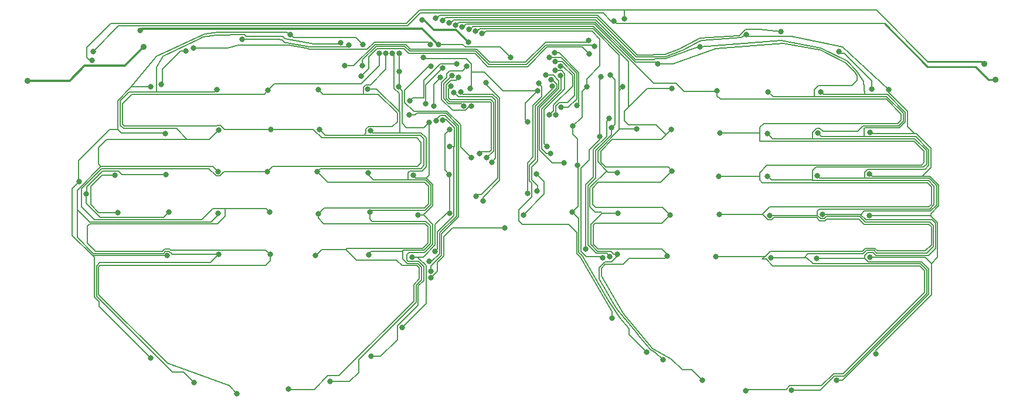
<source format=gbr>
G04 EAGLE Gerber RS-274X export*
G75*
%MOMM*%
%FSLAX34Y34*%
%LPD*%
%INBottom Copper*%
%IPPOS*%
%AMOC8*
5,1,8,0,0,1.08239X$1,22.5*%
G01*
%ADD10C,0.800100*%
%ADD11C,0.304800*%
%ADD12C,0.906400*%
%ADD13C,0.152400*%
%ADD14C,0.203200*%
%ADD15C,0.254000*%


D10*
X-62981Y285866D03*
D11*
X-81102Y303987D01*
X-84426Y303987D01*
X-84604Y304165D01*
X-113030Y304165D01*
X-127635Y318770D01*
X-130175Y318770D01*
D10*
X-130175Y318770D03*
D12*
X-699770Y230505D03*
D11*
X-638810Y230505D01*
X-559435Y252095D02*
X-532290Y279240D01*
D12*
X-532290Y279240D03*
D11*
X-617220Y252095D02*
X-638810Y230505D01*
X-617220Y252095D02*
X-559435Y252095D01*
D10*
X-106045Y283210D03*
D13*
X-71120Y283210D01*
X-17145Y279400D02*
X-1785Y264040D01*
D10*
X-1785Y264040D03*
D13*
X-67310Y279400D02*
X-71120Y283210D01*
X-67310Y279400D02*
X-17145Y279400D01*
D10*
X-537210Y302895D03*
D11*
X-534670Y305435D01*
X-129540Y305435D01*
X-107315Y283210D02*
X-106045Y283210D01*
X-107315Y283210D02*
X-129540Y305435D01*
D10*
X-605155Y273050D03*
D14*
X-568325Y309880D01*
X-151130Y309880D02*
X-132715Y328295D01*
X-151130Y309880D02*
X-568325Y309880D01*
X151130Y313055D02*
X537845Y313055D01*
D10*
X147320Y316865D03*
D14*
X142875Y316865D01*
X147320Y316865D02*
X151130Y313055D01*
X142875Y316865D02*
X131445Y328295D01*
X-132715Y328295D01*
D15*
X537845Y313055D02*
X600075Y250825D01*
X669290Y250825D01*
X688340Y231775D01*
X698500Y231775D01*
D12*
X698500Y231775D03*
D14*
X-614236Y263991D02*
X-614236Y278934D01*
X-579734Y313436D02*
X-152603Y313436D01*
X-579734Y313436D02*
X-614236Y278934D01*
X-609960Y259715D02*
X-606425Y259715D01*
X-609960Y259715D02*
X-614236Y263991D01*
D10*
X-606425Y259715D03*
D14*
X526034Y332486D02*
X600075Y258445D01*
X526034Y332486D02*
X162560Y332486D01*
X-133553Y332486D01*
X-152603Y313436D01*
D10*
X161925Y320438D03*
D14*
X161925Y331851D01*
X162560Y332486D01*
D15*
X678180Y258445D02*
X681990Y254635D01*
X678180Y258445D02*
X600075Y258445D01*
D12*
X681990Y254635D03*
D10*
X-60325Y219075D03*
X-128116Y263919D03*
D13*
X-128116Y262375D02*
X-66160Y262375D01*
X-128116Y262375D02*
X-128116Y263919D01*
X-66160Y262375D02*
X-59055Y255270D01*
X-59055Y243205D01*
X-59055Y220345D01*
X-60325Y219075D01*
D10*
X-90170Y160020D03*
D13*
X-97155Y153035D01*
X-97155Y101600D01*
X-90805Y95250D01*
D10*
X-90805Y95250D03*
X-90170Y39370D03*
D13*
X-90170Y94615D02*
X-90805Y95250D01*
X-90170Y94615D02*
X-90170Y39370D01*
D10*
X-144145Y-24130D03*
X-158438Y-125730D03*
D13*
X-124277Y-91569D01*
X-136525Y-24130D02*
X-144145Y-24130D01*
X-136525Y-24130D02*
X-124277Y-36378D01*
X-124277Y-91569D01*
X-94749Y39370D02*
X-90170Y39370D01*
X-94749Y39370D02*
X-111132Y22987D01*
X-111132Y-6723D02*
X-128539Y-24130D01*
X-111132Y-6723D02*
X-111132Y22987D01*
X-128539Y-24130D02*
X-144145Y-24130D01*
D10*
X35379Y95431D03*
D13*
X46355Y84455D01*
X46355Y66563D02*
X16447Y36654D01*
X16447Y36019D01*
D10*
X16447Y36019D03*
D13*
X46355Y66563D02*
X46355Y84455D01*
D10*
X36830Y215900D03*
D13*
X19050Y198121D01*
X19050Y174689D02*
X22289Y171450D01*
D10*
X22289Y171450D03*
D13*
X19050Y174689D02*
X19050Y198121D01*
X36830Y215900D02*
X-12700Y215900D01*
X-40005Y243205D02*
X-59055Y243205D01*
X-40005Y243205D02*
X-12700Y215900D01*
D10*
X-459919Y277818D03*
D13*
X-410867Y277818D02*
X-394979Y281559D01*
X-410867Y277818D02*
X-459919Y277818D01*
X-322027Y281559D02*
X-293526Y276564D01*
X-322027Y281559D02*
X-394979Y281559D01*
X-293526Y276564D02*
X-293142Y276180D01*
X-238715Y276180D01*
X-238189Y275654D01*
X-209352Y275654D01*
X-198748Y286258D01*
X-121666Y286258D02*
X-118046Y282639D01*
D10*
X-118046Y282639D03*
D13*
X-121666Y286258D02*
X-198748Y286258D01*
D10*
X-135890Y36195D03*
D13*
X-128539Y36195D01*
X-114554Y50180D01*
D10*
X-142875Y93980D03*
D13*
X-138811Y89916D01*
X-123840Y89916D02*
X-114554Y80630D01*
X-123840Y89916D02*
X-138811Y89916D01*
X-114554Y80630D02*
X-114554Y50180D01*
D10*
X-119380Y170244D03*
D13*
X-119380Y94376D01*
X-123840Y89916D01*
D10*
X-163830Y222250D03*
D13*
X-119380Y170244D02*
X-127000Y162624D01*
X-152400Y162624D01*
X-158750Y168974D01*
X-158750Y215900D02*
X-163830Y220980D01*
X-163830Y222250D01*
X-158750Y215900D02*
X-158750Y168974D01*
D10*
X-203772Y-167640D03*
D13*
X-189731Y-167640D01*
X-165735Y-123959D02*
X-135505Y-93730D01*
X-114618Y23178D02*
X-127635Y36195D01*
X-135890Y36195D01*
X-114618Y23178D02*
X-114618Y-5898D01*
X-165735Y-143644D02*
X-189731Y-167640D01*
X-165735Y-143644D02*
X-165735Y-123959D01*
X-126245Y-17526D02*
X-114618Y-5898D01*
X-126245Y-17526D02*
X-148590Y-17526D01*
X-151515Y-20451D01*
X-151515Y-28960D01*
X-149867Y-30607D01*
X-134627Y-30607D01*
X-127385Y-37850D01*
X-127385Y-58274D01*
X-135505Y-66394D02*
X-135505Y-93730D01*
X-135505Y-66394D02*
X-127385Y-58274D01*
D10*
X-163195Y269685D03*
D13*
X-163195Y243840D01*
X-163195Y222885D01*
X-163830Y222250D01*
D10*
X-62382Y305067D03*
D13*
X-59842Y305067D02*
X-55880Y309029D01*
X-59842Y305067D02*
X-62382Y305067D01*
X-55880Y309029D02*
X117691Y309029D01*
D10*
X274955Y-202565D03*
D13*
X259715Y-187325D01*
X245745Y-187325D02*
X230188Y-171768D01*
X245745Y-187325D02*
X259715Y-187325D01*
D10*
X224155Y-23051D03*
D13*
X220980Y-26226D01*
X168910Y-26226D01*
X160211Y-34925D01*
X134620Y-34925D01*
X128905Y-40640D01*
X128905Y-51707D01*
X160232Y-105410D01*
X202565Y-156210D01*
X230188Y-171768D01*
X224155Y-23051D02*
X224155Y-20320D01*
X216535Y-12700D01*
X124460Y-12700D01*
X117475Y-5715D01*
X117475Y22225D01*
X120015Y24765D01*
X216535Y24765D01*
X228282Y36513D01*
D10*
X228282Y36513D03*
D13*
X217170Y47625D01*
X120650Y47625D01*
X116205Y52070D01*
X116205Y75565D01*
X124460Y83820D01*
X214630Y83820D01*
X231140Y100330D01*
D10*
X231140Y100330D03*
D13*
X225425Y106045D01*
X135255Y106045D01*
X128270Y113030D01*
X128270Y128905D02*
X144780Y145415D01*
X215265Y145415D01*
X222250Y152400D01*
D10*
X229870Y160020D03*
D13*
X222250Y152400D01*
X128270Y128905D02*
X128270Y113030D01*
X207645Y167005D02*
X222250Y152400D01*
X168275Y167005D02*
X162560Y172720D01*
X162560Y186690D01*
X195580Y219710D02*
X230505Y219710D01*
D10*
X230505Y219710D03*
D13*
X207645Y167005D02*
X168275Y167005D01*
X168275Y192405D02*
X195580Y219710D01*
X168275Y192405D02*
X162560Y186690D01*
X168275Y192405D02*
X168275Y258445D01*
X117691Y309029D01*
D10*
X-163195Y243840D03*
X-207645Y97155D03*
D13*
X-207645Y94488D01*
X-200025Y86868D01*
X-150495Y86868D01*
X-125102Y86868D01*
X-117602Y79368D01*
X-117602Y51442D01*
X-125801Y43244D02*
X-202502Y43244D01*
X-205042Y40704D01*
D10*
X-205042Y40704D03*
D13*
X-125801Y43244D02*
X-117602Y51442D01*
X-130175Y100330D02*
X-147955Y100330D01*
X-150495Y97790D01*
X-150495Y86868D01*
X-124333Y106172D02*
X-124333Y147829D01*
X-124333Y106172D02*
X-130175Y100330D01*
D10*
X-204470Y158115D03*
D13*
X-201168Y154813D01*
X-131318Y154813D02*
X-124333Y147829D01*
X-162433Y154813D02*
X-201168Y154813D01*
X-162433Y154813D02*
X-131318Y154813D01*
D10*
X-208280Y218440D03*
D13*
X-195580Y218440D01*
X-162433Y185293D02*
X-162433Y154813D01*
X-163068Y185928D02*
X-195580Y218440D01*
X-163068Y185928D02*
X-162433Y185293D01*
X-205042Y40704D02*
X-205042Y30417D01*
X-124467Y27178D02*
X-118237Y20948D01*
X-118237Y-5073D01*
X-127642Y-14478D01*
X-157480Y-14478D01*
X-157480Y-15748D02*
X-203708Y-15748D01*
X-201803Y27178D02*
X-124467Y27178D01*
X-207010Y-19050D02*
X-207010Y-20955D01*
D10*
X-207010Y-20955D03*
D13*
X-201803Y27178D02*
X-205042Y30417D01*
X-203708Y-15748D02*
X-207010Y-19050D01*
X-157480Y-15748D02*
X-157480Y-14478D01*
X-157480Y-15748D02*
X-157480Y-27305D01*
X-151130Y-33655D01*
X-135890Y-33655D01*
X-130810Y-38735D01*
D10*
X-262573Y-204152D03*
D13*
X-234544Y-204152D01*
X-221615Y-191223D01*
X-221615Y-172531D01*
X-138755Y-89671D01*
X-130810Y-57389D02*
X-130810Y-38735D01*
X-138755Y-65334D02*
X-138755Y-89671D01*
X-138755Y-65334D02*
X-130810Y-57389D01*
D10*
X-172720Y269685D03*
D13*
X-170117Y267081D01*
X-163068Y212597D02*
X-163068Y185928D01*
X-170117Y219646D02*
X-170117Y267081D01*
X-170117Y219646D02*
X-163068Y212597D01*
D10*
X-71981Y307988D03*
D13*
X-70892Y307988D01*
X-66802Y312077D01*
D10*
X294640Y-23495D03*
D13*
X365125Y-23495D01*
X367029Y-27305D02*
X361315Y-27305D01*
X367029Y-27305D02*
X376809Y-37084D01*
X588667Y-37084D02*
X595951Y-44368D01*
X478099Y-193231D02*
X464088Y-193231D01*
X447070Y-210249D01*
X401256Y-210249D02*
X395605Y-215900D01*
X338455Y-215900D02*
X337185Y-217170D01*
D10*
X337185Y-217170D03*
D13*
X376809Y-37084D02*
X588667Y-37084D01*
X595951Y-44368D02*
X595951Y-75378D01*
X478099Y-193231D01*
X447070Y-210249D02*
X401256Y-210249D01*
X395605Y-215900D02*
X338455Y-215900D01*
D10*
X299085Y37465D03*
D13*
X369823Y29591D02*
X375031Y29591D01*
X378270Y32830D01*
X439744Y32830D01*
X361950Y37465D02*
X299085Y37465D01*
X361950Y37465D02*
X369823Y29591D01*
X439744Y32830D02*
X444443Y28131D01*
X452177Y28131D01*
X454526Y30480D01*
X501283Y30480D01*
X508586Y23178D01*
X601663Y23178D01*
X605536Y19304D01*
X605536Y-6992D01*
X596907Y-15621D01*
X527798Y-15621D01*
X523924Y-11748D01*
X510223Y-11748D01*
X506095Y-15875D01*
X372745Y-15875D02*
X365125Y-23495D01*
X361315Y-27305D01*
X372745Y-15875D02*
X506095Y-15875D01*
D10*
X298894Y92520D03*
D13*
X361315Y83185D02*
X600075Y83185D01*
X605790Y77470D01*
X605790Y52070D01*
X601980Y48260D01*
X372110Y48260D01*
X361950Y38100D01*
X361950Y37465D01*
X591185Y108585D02*
X594995Y112395D01*
X594995Y128905D01*
X580390Y143510D01*
X358140Y143510D01*
D10*
X300355Y154940D03*
D13*
X368300Y108585D02*
X591185Y108585D01*
D10*
X296354Y215710D03*
D13*
X296354Y208471D01*
X300990Y203835D01*
X540385Y203835D02*
X561975Y182245D01*
X561975Y173355D01*
X557149Y168529D01*
X363474Y168529D01*
X300990Y203835D02*
X540385Y203835D01*
X358140Y155575D02*
X358140Y143510D01*
X358140Y155575D02*
X358140Y163195D01*
X363474Y168529D01*
X357505Y154940D02*
X300355Y154940D01*
X357505Y154940D02*
X358140Y155575D01*
X357505Y86995D02*
X361315Y83185D01*
X357505Y97790D02*
X368300Y108585D01*
X357505Y92075D02*
X357505Y86995D01*
X357505Y92075D02*
X357505Y97790D01*
X357061Y92520D02*
X298894Y92520D01*
X357061Y92520D02*
X357505Y92075D01*
X295719Y215075D02*
X296354Y215710D01*
X295719Y215075D02*
X248476Y215075D01*
X236855Y226695D01*
X118953Y312077D02*
X-66802Y312077D01*
X204336Y226695D02*
X236855Y226695D01*
X204336Y226695D02*
X118953Y312077D01*
D10*
X-280035Y38100D03*
D13*
X-271145Y46990D01*
X-126365Y46990D01*
X-120650Y52705D01*
X-120650Y78105D01*
X-126365Y83820D01*
X-266065Y83820D01*
X-281305Y99060D01*
D10*
X-281305Y99060D03*
X-278130Y160020D03*
D13*
X-269875Y151765D01*
X-213995Y151765D01*
X-132580Y151765D01*
X-131946Y103505D02*
X-276860Y103505D01*
X-281305Y99060D01*
X-132580Y151765D02*
X-127381Y146566D01*
X-127381Y108070D01*
X-131946Y103505D01*
X-210757Y155003D02*
X-213995Y151765D01*
X-210757Y155003D02*
X-210757Y160719D01*
X-207011Y164465D01*
X-165735Y171450D02*
X-165735Y183515D01*
X-193040Y210820D01*
X-273050Y210820D02*
X-280035Y217805D01*
D10*
X-280035Y217805D03*
D13*
X-207011Y164465D02*
X-172720Y164465D01*
X-165735Y171450D01*
X-193040Y210820D02*
X-214630Y210820D01*
X-273050Y210820D01*
D10*
X-283845Y-22225D03*
D13*
X-283210Y-22225D02*
X-274320Y-13335D01*
X-283210Y-22225D02*
X-283845Y-22225D01*
X-121285Y-3810D02*
X-121285Y19685D01*
X-125730Y24130D01*
X-271780Y24130D01*
X-280035Y32385D01*
X-280035Y38100D01*
X-274320Y-13335D02*
X-239395Y-13335D01*
X-239395Y-11430D02*
X-128905Y-11430D01*
X-121285Y-3810D01*
D10*
X-323215Y-215265D03*
D13*
X-322580Y-215900D02*
X-285750Y-215900D01*
X-322580Y-215900D02*
X-323215Y-215265D01*
X-265811Y-195961D02*
X-249990Y-195961D01*
X-141803Y-64071D02*
X-133985Y-56253D01*
X-141803Y-64071D02*
X-141803Y-87773D01*
X-137287Y-36703D02*
X-158743Y-36703D01*
X-166871Y-28575D02*
X-224790Y-28575D01*
X-166871Y-28575D02*
X-158743Y-36703D01*
X-224790Y-28575D02*
X-239395Y-13970D01*
X-239395Y-13335D01*
X-239395Y-11430D01*
X-265811Y-195961D02*
X-285750Y-215900D01*
X-249990Y-195961D02*
X-141803Y-87773D01*
X-133985Y-56253D02*
X-133985Y-40005D01*
X-137287Y-36703D01*
D10*
X-182245Y269685D03*
D13*
X-182245Y247015D01*
X-210884Y224727D02*
X-214567Y221044D01*
X-214567Y210883D02*
X-214630Y210820D01*
X-214567Y210883D02*
X-214567Y221044D01*
X-210884Y224727D02*
X-204533Y224727D01*
X-182245Y247015D01*
D10*
X-81506Y311036D03*
D13*
X-80364Y311036D02*
X-76274Y315125D01*
X-80364Y311036D02*
X-81506Y311036D01*
X-76274Y315125D02*
X120216Y315125D01*
D10*
X373651Y-25036D03*
D13*
X422275Y-25036D01*
X425720Y-25036D01*
X434721Y-34036D01*
D10*
X403860Y-216535D03*
D13*
X445094Y-216535D02*
X465350Y-196279D01*
X445094Y-216535D02*
X403860Y-216535D01*
X589930Y-34036D02*
X598999Y-43105D01*
X598999Y-76641D01*
X479362Y-196279D01*
X465350Y-196279D01*
X434721Y-34036D02*
X589930Y-34036D01*
D10*
X372427Y35878D03*
D13*
X445706Y31179D02*
X450914Y31179D01*
X454153Y34417D01*
X441007Y35878D02*
X372427Y35878D01*
X441007Y35878D02*
X445706Y31179D01*
X501657Y34417D02*
X509848Y26226D01*
X603314Y26226D01*
X608584Y20955D01*
X608584Y-8890D01*
X598805Y-18669D01*
X526535Y-18669D02*
X522662Y-14796D01*
X511620Y-14796D01*
X506730Y-19685D01*
X501657Y34417D02*
X454153Y34417D01*
X526535Y-18669D02*
X598805Y-18669D01*
X441007Y35878D02*
X441007Y42354D01*
X443865Y45212D01*
X603243Y45212D01*
X609473Y51442D01*
X609473Y78098D01*
X601338Y86233D01*
X433705Y86233D01*
X433705Y86995D02*
X376555Y86995D01*
X376428Y86868D01*
X374587Y86868D02*
X368935Y92520D01*
D10*
X368935Y92520D03*
D13*
X374587Y86868D02*
X376428Y86868D01*
D10*
X368744Y154115D03*
D13*
X376301Y146558D01*
X581653Y146558D02*
X598678Y129533D01*
X598678Y109862D02*
X594353Y105537D01*
X438785Y105537D01*
X433705Y100457D01*
X433705Y86995D01*
X433705Y86233D01*
X433705Y146558D02*
X376301Y146558D01*
X433705Y146558D02*
X581653Y146558D01*
X598678Y129533D02*
X598678Y109862D01*
X433705Y146558D02*
X433705Y156210D01*
X439547Y162052D01*
X565023Y172092D02*
X565023Y183508D01*
X376936Y207518D02*
X370014Y214440D01*
D10*
X370014Y214440D03*
D13*
X541013Y207518D02*
X565023Y183508D01*
X541013Y207518D02*
X436880Y207518D01*
X376936Y207518D01*
X427626Y-19685D02*
X422275Y-25036D01*
X427626Y-19685D02*
X506730Y-19685D01*
X436880Y207518D02*
X436880Y217805D01*
X490728Y223393D02*
X498475Y231140D01*
X498475Y237710D01*
X494816Y243198D01*
X489133Y249152D01*
X481356Y256929D01*
X444793Y275211D01*
X439415Y276200D01*
X442468Y223393D02*
X436880Y217805D01*
X442468Y223393D02*
X490728Y223393D01*
X439415Y276200D02*
X391843Y284563D01*
X294559Y276963D01*
X232276Y254635D01*
X210185Y254635D01*
D10*
X210185Y254635D03*
D13*
X207645Y257175D01*
X178166Y257175D01*
X120216Y315125D01*
X439547Y162052D02*
X444373Y162052D01*
X448945Y157480D01*
X499110Y157480D01*
X507111Y165481D01*
X558412Y165481D01*
X565023Y172092D01*
D10*
X-349885Y40704D03*
D13*
X-349917Y40672D01*
D10*
X-353695Y99060D03*
D13*
X-415925Y99060D01*
X-353695Y99060D02*
X-346202Y106553D01*
X-137018Y106553D01*
X-131445Y141605D02*
X-137859Y148019D01*
D10*
X-347917Y160084D03*
D13*
X-287084Y160084D01*
X-275019Y148019D01*
X-137018Y106553D02*
X-131445Y112126D01*
X-131445Y141605D01*
X-422211Y92774D02*
X-427419Y92774D01*
X-422211Y92774D02*
X-415925Y99060D01*
X-427419Y92774D02*
X-438024Y103378D01*
X-592716Y103378D01*
X-621665Y74429D01*
X-621665Y48133D01*
X-432499Y45657D02*
X-414020Y45657D01*
X-354902Y45657D01*
X-349917Y40672D01*
X-603377Y29845D02*
X-621665Y48133D01*
X-603377Y29845D02*
X-448310Y29845D01*
X-432499Y45657D01*
X-275019Y148019D02*
X-137859Y148019D01*
X-420941Y165672D02*
X-426149Y165672D01*
X-415353Y160084D02*
X-347917Y160084D01*
X-415353Y160084D02*
X-420941Y165672D01*
X-426149Y165672D02*
X-426975Y164846D01*
X-562737Y167633D02*
X-562737Y197485D01*
X-549275Y210947D01*
X-358013Y210947D02*
X-352425Y216535D01*
D10*
X-352425Y216535D03*
D13*
X-426975Y164846D02*
X-559950Y164846D01*
X-562737Y167633D01*
X-549275Y210947D02*
X-358013Y210947D01*
D10*
X-349250Y-20257D03*
D13*
X-355537Y-13970D01*
X-492894Y-13970D01*
X-493973Y-12891D01*
X-501841Y-12891D01*
X-505079Y-16129D01*
X-601726Y-16129D01*
X-613410Y-4445D01*
X-613410Y20320D01*
X-610108Y23622D01*
X-414020Y34925D02*
X-414020Y45657D01*
X-425323Y23622D02*
X-610108Y23622D01*
X-425323Y23622D02*
X-414020Y34925D01*
X-349250Y-20257D02*
X-349250Y-29845D01*
X-355600Y-36195D01*
X-594995Y-36195D01*
X-596900Y-38100D01*
X-497506Y-178134D02*
X-408763Y-210201D01*
X-408836Y-210289D01*
X-397510Y-221615D01*
D10*
X-397510Y-221615D03*
D13*
X-596900Y-78740D02*
X-596900Y-38100D01*
X-596900Y-78740D02*
X-497506Y-178134D01*
D10*
X-191770Y269685D03*
D13*
X-191770Y252095D01*
X-342900Y226060D02*
X-352425Y216535D01*
X-217805Y226060D02*
X-191770Y252095D01*
X-217805Y226060D02*
X-342900Y226060D01*
D10*
X-91031Y314084D03*
D13*
X-88491Y314084D02*
X-83983Y318592D01*
X-88491Y314084D02*
X-91031Y314084D01*
X-83983Y318592D02*
X121060Y318592D01*
D10*
X468694Y-202565D03*
D13*
X477520Y-202565D01*
X602047Y-78038D02*
X602047Y-41843D01*
X591192Y-30988D02*
X514350Y-30988D01*
D10*
X440055Y-26035D03*
D13*
X509270Y-26035D02*
X509397Y-26035D01*
X509270Y-26035D02*
X440055Y-26035D01*
X602047Y-78038D02*
X477520Y-202565D01*
X602047Y-41843D02*
X591192Y-30988D01*
D10*
X448310Y37465D03*
D13*
X502920Y37465D01*
X503555Y36830D01*
X511111Y29274D01*
X601345Y-21717D02*
X611632Y-11430D01*
X525273Y-21717D02*
X521399Y-17844D01*
X513651Y-17844D01*
X511111Y29274D02*
X606496Y29274D01*
X611632Y24137D01*
X611632Y-11430D01*
X601345Y-21717D02*
X525273Y-21717D01*
X503555Y36830D02*
X508889Y42164D01*
X604505Y42164D02*
X613156Y50815D01*
X613156Y78725D02*
X602473Y89408D01*
X443929Y90043D02*
X440690Y93282D01*
D10*
X440690Y93282D03*
D13*
X508889Y42164D02*
X604505Y42164D01*
X613156Y50815D02*
X613156Y78725D01*
X602473Y89408D02*
X509270Y89408D01*
X509270Y90043D02*
X443929Y90043D01*
X509270Y90043D02*
X509270Y89408D01*
X509270Y90043D02*
X509270Y98044D01*
X513715Y102489D01*
X596250Y102489D02*
X601726Y107965D01*
X601726Y130795D01*
X582852Y149670D02*
X508635Y149670D01*
X447040Y149670D01*
X441960Y154750D01*
D10*
X441960Y154750D03*
D13*
X513715Y102489D02*
X596250Y102489D01*
X601726Y130795D02*
X582852Y149670D01*
D10*
X445706Y214567D03*
D13*
X449707Y210566D01*
X568071Y184770D02*
X568071Y170830D01*
X559674Y162433D02*
X509524Y162433D01*
X508635Y161544D01*
X508635Y149670D01*
X509099Y210566D02*
X449707Y210566D01*
X509099Y210566D02*
X542275Y210566D01*
X568071Y184770D01*
X568071Y170830D02*
X559674Y162433D01*
D10*
X271145Y279400D03*
D13*
X388278Y288709D01*
X445770Y278130D01*
X483870Y259080D01*
X497205Y245110D01*
X507365Y229870D01*
X509099Y210566D01*
X249864Y272924D02*
X221697Y262255D01*
X249864Y272924D02*
X249878Y272953D01*
X251041Y273370D01*
X252196Y273808D01*
X252225Y273795D01*
X268562Y279651D01*
X271145Y279400D01*
X206375Y262255D02*
X205105Y260985D01*
X206375Y262255D02*
X221697Y262255D01*
X205105Y260985D02*
X178667Y260985D01*
X121060Y318592D01*
X509397Y-26035D02*
X514350Y-30988D01*
X509270Y-26035D02*
X509270Y-22225D01*
X513651Y-17844D01*
D10*
X-424815Y99060D03*
D13*
X-432435Y106680D01*
X-593725Y106680D01*
X-628015Y72390D01*
X-628015Y44450D01*
X-610235Y26670D01*
X-434975Y26670D01*
X-424815Y36830D01*
X-424815Y39370D01*
D10*
X-424815Y39370D03*
D13*
X-593725Y106680D02*
X-597535Y110490D01*
X-436880Y146050D02*
X-424498Y158433D01*
X-597535Y133985D02*
X-597535Y110490D01*
X-597535Y133985D02*
X-585470Y146050D01*
X-469265Y146050D01*
X-436880Y146050D01*
X-469265Y146050D02*
X-485013Y161798D01*
X-561213Y161798D01*
X-565785Y166370D01*
X-565785Y201295D01*
X-429895Y213995D02*
X-426085Y217805D01*
D10*
X-426085Y217805D03*
D13*
X-553085Y213995D02*
X-565785Y201295D01*
X-553085Y213995D02*
X-513715Y213995D01*
X-429895Y213995D01*
D10*
X-423545Y-20320D03*
D13*
X-495236Y-15939D02*
X-500444Y-15939D01*
X-503683Y-19177D01*
X-490855Y-20320D02*
X-423545Y-20320D01*
X-490855Y-20320D02*
X-495236Y-15939D01*
X-628015Y4311D02*
X-628015Y44450D01*
X-604527Y-19177D02*
X-503683Y-19177D01*
X-604527Y-19177D02*
X-628015Y4311D01*
D10*
X-459105Y-205740D03*
D13*
X-474345Y-190500D01*
X-490721Y-190500D01*
X-435610Y-32385D02*
X-423545Y-20320D01*
X-599948Y-41148D02*
X-600075Y-41275D01*
X-599948Y-41148D02*
X-599948Y-36837D01*
X-595496Y-32385D02*
X-435610Y-32385D01*
X-595496Y-32385D02*
X-599948Y-36837D01*
X-600075Y-41275D02*
X-600075Y-81146D01*
X-490721Y-190500D01*
X-327890Y291060D02*
X-286721Y283845D01*
X-327890Y291060D02*
X-331597Y294767D01*
X-384175Y294767D01*
X-386627Y297219D01*
X-427158Y296733D01*
X-446135Y293605D01*
X-452196Y290795D01*
X-486410Y274320D01*
X-503798Y266084D01*
X-513715Y249555D01*
X-513715Y213995D01*
D10*
X-247790Y285703D03*
D13*
X-249648Y283845D01*
X-286721Y283845D01*
D10*
X-100556Y317418D03*
D13*
X-100397Y317418D01*
X-96175Y321640D01*
X122322Y321640D01*
D10*
X-423545Y159385D03*
X516890Y-24130D03*
D13*
X517525Y-24765D01*
X596900Y-24765D01*
X605790Y-33655D01*
X605790Y-78740D01*
X525780Y-158750D02*
X525780Y-163830D01*
D10*
X525780Y-163830D03*
D13*
X525780Y-158750D02*
X605790Y-78740D01*
D10*
X516255Y35560D03*
D13*
X604520Y35560D01*
X605155Y34925D01*
X614680Y25400D01*
X614680Y-24765D01*
X605790Y-33655D01*
X616204Y49552D02*
X616204Y79988D01*
X603736Y92456D01*
X605155Y38503D02*
X605155Y34925D01*
X605155Y38503D02*
X616204Y49552D01*
X519938Y92456D02*
X516699Y95695D01*
X516064Y95695D01*
D10*
X516064Y95695D03*
D13*
X593090Y92456D02*
X603736Y92456D01*
X593090Y92456D02*
X519938Y92456D01*
D10*
X516636Y155956D03*
D13*
X518795Y155702D02*
X520509Y153988D01*
X516890Y155702D02*
X516636Y155956D01*
X516890Y155702D02*
X518795Y155702D01*
X604774Y132693D02*
X604774Y104797D01*
X593090Y93113D02*
X593090Y92456D01*
X581574Y153988D02*
X520509Y153988D01*
X581574Y153988D02*
X583479Y153988D01*
X604774Y132693D01*
X604774Y104797D02*
X593090Y93113D01*
X581574Y153988D02*
X571119Y164443D01*
X571119Y186033D01*
X544195Y212957D02*
X544195Y217805D01*
D10*
X544195Y217805D03*
D13*
X544195Y212957D02*
X571119Y186033D01*
X544195Y217805D02*
X476820Y279191D01*
X403721Y294640D01*
X340995Y294640D01*
X338455Y297180D01*
D10*
X338455Y297180D03*
D13*
X247633Y275339D02*
X221139Y265303D01*
X205112Y265303D01*
X204604Y264795D01*
X247633Y275339D02*
X269901Y286957D01*
X272427Y288275D01*
X273756Y288380D01*
X330858Y292918D01*
X338455Y297180D01*
X204604Y264795D02*
X179167Y264795D01*
X122322Y321640D01*
X-423545Y159385D02*
X-424498Y158433D01*
X-424498Y158433D01*
D10*
X-110081Y320612D03*
D13*
X-108793Y320612D01*
X-104430Y324974D01*
X123298Y324974D01*
D10*
X388362Y301038D03*
D13*
X180430Y267843D02*
X123298Y324974D01*
X180430Y267843D02*
X203342Y267843D01*
X203850Y268351D01*
X220581Y268351D02*
X240678Y275963D01*
X220581Y268351D02*
X203850Y268351D01*
X240678Y275963D02*
X271780Y292100D01*
X326390Y295910D01*
X328295Y295910D01*
X337058Y304673D01*
X356870Y304673D01*
X388362Y301038D01*
D10*
X194383Y-161354D03*
D13*
X168983Y-135954D02*
X168983Y-128101D01*
X168983Y-135954D02*
X194383Y-161354D01*
X168983Y-128101D02*
X155103Y-111445D01*
X138492Y-86528D01*
X101097Y-22423D01*
X96520Y-17846D01*
X96520Y31115D02*
X86995Y40640D01*
X96520Y31115D02*
X96520Y-17846D01*
D10*
X86995Y40640D03*
X94615Y108585D03*
D13*
X95250Y107950D01*
X95250Y48895D01*
X86995Y40640D01*
X94615Y108585D02*
X94615Y146685D01*
X87947Y153353D01*
X87947Y164783D01*
D10*
X87947Y164783D03*
X107950Y222250D03*
D13*
X100965Y215265D01*
X100965Y177801D01*
X87947Y164783D01*
D10*
X-235585Y281940D03*
D13*
X-238125Y279400D01*
X-292051Y279400D01*
X-325385Y285242D01*
X-327896Y285242D01*
X-332308Y289654D01*
X-338300Y290497D02*
X-389636Y290497D01*
X-338300Y290497D02*
X-332308Y289654D01*
D10*
X-389636Y290497D03*
X-43180Y298780D03*
D13*
X127000Y290195D02*
X127000Y252095D01*
X107950Y233045D01*
X107950Y222250D01*
X127000Y290195D02*
X115240Y301955D01*
X-37465Y301955D01*
X-40640Y298780D01*
X-43180Y298780D01*
D10*
X-569595Y40069D03*
D13*
X-596964Y40069D01*
X-608330Y51435D01*
X-608330Y78105D01*
X-592455Y93980D02*
X-573405Y93980D01*
D10*
X-573405Y93980D03*
D13*
X-592455Y93980D02*
X-608330Y78105D01*
D10*
X-506730Y225425D03*
D13*
X-504825Y227330D02*
X-504825Y247650D01*
X-504825Y227330D02*
X-506730Y225425D01*
X-504825Y247650D02*
X-478790Y273685D01*
X-471170Y273685D01*
D10*
X-471170Y273685D03*
X-109665Y172910D03*
X-119895Y-30622D03*
D13*
X-115980Y-30622D01*
X-104659Y-19301D01*
X-104659Y10679D01*
X-80201Y35137D01*
X-80201Y163886D01*
X-104014Y180466D02*
X-109920Y174561D01*
X-109665Y174307D02*
X-109665Y172910D01*
X-109665Y174307D02*
X-109920Y174561D01*
X-96781Y180466D02*
X-80201Y163886D01*
X-96781Y180466D02*
X-104014Y180466D01*
D10*
X471805Y273050D03*
D13*
X474980Y269875D02*
X480060Y269875D01*
X474980Y269875D02*
X471805Y273050D01*
X480060Y269875D02*
X519430Y230505D01*
D10*
X519430Y218440D03*
D13*
X519430Y230505D01*
D10*
X126810Y149670D03*
D13*
X126810Y145225D01*
X111760Y130175D01*
X111760Y116205D01*
X99695Y104140D01*
X99695Y-16213D02*
X107187Y-23705D01*
X99695Y-16213D02*
X99695Y104140D01*
X128480Y-23705D02*
X130534Y-25759D01*
X128480Y-23705D02*
X107187Y-23705D01*
D10*
X130534Y-25759D03*
D13*
X126810Y149670D02*
X126810Y234760D01*
X128270Y236220D01*
D10*
X128270Y236220D03*
X140335Y175895D03*
D13*
X136525Y172085D01*
X136525Y150092D01*
X117602Y131169D01*
X117602Y91799D01*
X106426Y80623D01*
X106426Y-11450D01*
X106045Y-11831D01*
X106045Y-12466D01*
D10*
X106045Y-12466D03*
X110613Y288413D03*
D13*
X108708Y286508D01*
X48383Y286508D01*
X-51562Y276352D02*
X-146813Y276352D01*
X-153671Y283210D01*
X19050Y257175D02*
X48383Y286508D01*
X19050Y257175D02*
X-32385Y257175D01*
X-51562Y276352D01*
X-228600Y252095D02*
X-241935Y252095D01*
D10*
X-241935Y252095D03*
D13*
X-197485Y283210D02*
X-153671Y283210D01*
X-197485Y283210D02*
X-228600Y252095D01*
D10*
X119095Y280158D03*
D13*
X49152Y282063D02*
X20962Y253873D01*
X117190Y282063D02*
X119095Y280158D01*
X117190Y282063D02*
X49152Y282063D01*
X-148075Y273304D02*
X-154873Y280102D01*
X-196282Y280102D01*
X-215900Y260485D02*
X-215900Y252095D01*
D10*
X-215900Y252095D03*
D13*
X-33394Y253873D02*
X20962Y253873D01*
X-33394Y253873D02*
X-52825Y273304D01*
X-148075Y273304D01*
X-196282Y280102D02*
X-215900Y260485D01*
D10*
X-148268Y181288D03*
D13*
X-95518Y183514D02*
X-77153Y165149D01*
X-77153Y33875D01*
X-140013Y181288D02*
X-137786Y183514D01*
X-140013Y181288D02*
X-148268Y181288D01*
X-137786Y183514D02*
X-95518Y183514D01*
X-77153Y33875D02*
X-101600Y9427D01*
D10*
X-117475Y-44450D03*
D13*
X-101600Y-21590D02*
X-101600Y9427D01*
X-101600Y-21590D02*
X-117475Y-37465D01*
X-117475Y-44450D01*
D10*
X-100140Y173545D03*
X-111259Y-15741D03*
D13*
X-108084Y11564D02*
X-83820Y35828D01*
X-108084Y11564D02*
X-108084Y-12566D01*
X-111259Y-15741D01*
X-83820Y35828D02*
X-83820Y135255D01*
X-83249Y135255D02*
X-83249Y162624D01*
X-95440Y174815D02*
X-98870Y174815D01*
X-100140Y173545D01*
X-95440Y174815D02*
X-83249Y162624D01*
D10*
X-89885Y135255D03*
D13*
X-83820Y135255D01*
X-83249Y135255D02*
X-89885Y135255D01*
D10*
X143259Y162176D03*
D13*
X143259Y152516D01*
X120650Y89901D02*
X109474Y78725D01*
X136592Y-18983D02*
X141037Y-23428D01*
X136592Y-18983D02*
X121987Y-18983D01*
X109474Y-6470D01*
D10*
X141037Y-23428D03*
D13*
X120650Y129906D02*
X143259Y152516D01*
X120650Y129906D02*
X120650Y89901D01*
X109474Y78725D02*
X109474Y-6470D01*
D10*
X141605Y238760D03*
D13*
X148590Y231775D01*
X148590Y167506D02*
X143259Y162176D01*
X148590Y167506D02*
X148590Y231775D01*
D10*
X111189Y269304D03*
D13*
X101478Y279015D01*
X-207010Y248285D02*
X-218080Y237215D01*
D10*
X-218080Y237215D03*
D13*
X50415Y279015D02*
X101478Y279015D01*
X50415Y279015D02*
X22225Y250825D01*
X-34656Y250825D01*
X-54087Y270256D01*
X-149338Y270256D01*
X-156136Y277054D01*
X-195020Y277054D01*
X-207010Y265064D01*
X-207010Y248285D01*
D10*
X-52857Y302108D03*
D13*
X-50317Y302108D01*
X-47072Y305353D01*
D10*
X217861Y-172478D03*
D13*
X207361Y-162409D01*
X201639Y-159186D01*
X201032Y-159131D01*
X200582Y-158591D01*
X199969Y-158246D01*
X199805Y-157659D01*
X184513Y-139309D01*
X181610Y-136525D01*
X179708Y-133542D01*
X162747Y-113190D01*
X162468Y-113116D01*
X161960Y-112246D01*
X150379Y-98348D01*
X125730Y-56092D01*
D10*
X151765Y-20086D03*
D13*
X150495Y-18816D01*
X123197Y-15748D02*
X113792Y-6343D01*
D10*
X153035Y39370D03*
D13*
X130309Y39370D02*
X113792Y22853D01*
X130309Y39370D02*
X153035Y39370D01*
X113792Y22853D02*
X113792Y-6343D01*
X120022Y40767D02*
X112522Y48267D01*
X128912Y40767D02*
X130309Y39370D01*
X128912Y40767D02*
X120022Y40767D01*
D10*
X152400Y97790D03*
D13*
X136659Y100330D02*
X112522Y76193D01*
X151765Y98425D02*
X152400Y97790D01*
X112522Y76193D02*
X112522Y48267D01*
X136659Y100330D02*
X123952Y113037D01*
D10*
X180340Y160655D03*
D13*
X155709Y160655D02*
X123952Y128898D01*
X154305Y160655D02*
X155709Y160655D01*
X180340Y160655D01*
X123952Y128898D02*
X123952Y113037D01*
X154305Y215900D02*
X160020Y221615D01*
X154305Y215900D02*
X154305Y160655D01*
D10*
X160020Y221615D03*
D13*
X134119Y-31115D02*
X125730Y-39504D01*
X134119Y-31115D02*
X143510Y-31115D01*
X150495Y-24130D01*
X150495Y-18816D01*
X125730Y-39504D02*
X125730Y-56092D01*
X147086Y-20086D02*
X151765Y-20086D01*
X142748Y-15748D02*
X123197Y-15748D01*
X142748Y-15748D02*
X147086Y-20086D01*
D10*
X-495300Y40640D03*
D13*
X-502921Y33020D01*
X-594995Y33020D01*
X-615315Y53340D01*
X-615315Y67310D01*
D10*
X-499745Y95250D03*
D13*
X-591185Y100330D02*
X-614045Y77470D01*
X-563245Y95250D02*
X-499745Y95250D01*
X-563245Y95250D02*
X-568325Y100330D01*
X-591185Y100330D01*
D10*
X-500380Y154305D03*
D13*
X-501015Y154940D01*
X-563880Y154940D01*
X-568960Y160020D02*
X-581025Y160020D01*
X-626110Y114935D01*
X-626110Y85090D01*
X-625475Y84455D01*
D10*
X-615315Y67310D03*
D13*
X-614045Y68580D02*
X-614045Y77470D01*
X-614045Y68580D02*
X-615315Y67310D01*
D10*
X-625475Y84455D03*
D13*
X-569595Y160655D02*
X-569595Y201930D01*
X-569595Y160655D02*
X-568960Y160020D01*
X-563880Y154940D01*
D10*
X-521715Y221870D03*
D13*
X-549655Y221870D01*
X-551497Y220027D01*
X-569595Y201930D01*
D10*
X-497840Y-22225D03*
D13*
X-605790Y-22225D01*
X-635000Y74930D02*
X-625475Y84455D01*
X-635000Y6985D02*
X-605790Y-22225D01*
X-635000Y6985D02*
X-635000Y74930D01*
D10*
X-521669Y-170427D03*
D13*
X-596265Y-89266D02*
X-603123Y-82408D01*
X-603123Y-24892D02*
X-605790Y-22225D01*
X-603123Y-24892D02*
X-603123Y-82408D01*
X-596265Y-95831D02*
X-521669Y-170427D01*
X-596265Y-95831D02*
X-596265Y-89266D01*
D10*
X-320040Y297180D03*
D13*
X-321310Y297180D01*
X-325120Y300990D01*
X-424815Y300990D01*
X-444424Y297758D01*
X-513685Y265646D01*
X-551497Y220027D01*
D10*
X-215265Y282464D03*
D13*
X-225536Y292735D01*
X-315595Y292735D01*
X-320040Y297180D01*
X116922Y305353D02*
X154305Y267970D01*
X154305Y215900D01*
X116922Y305353D02*
X-47072Y305353D01*
X136659Y100330D02*
X138564Y98425D01*
X151765Y98425D01*
D10*
X-42228Y56960D03*
D13*
X-42228Y61912D02*
X-17780Y86360D01*
X-42228Y61912D02*
X-42228Y56960D01*
X-17780Y86360D02*
X-17780Y205740D01*
D10*
X-37434Y227990D03*
D13*
X-37434Y225394D02*
X-17780Y205740D01*
X-37434Y225394D02*
X-37434Y227990D01*
D10*
X-124460Y197485D03*
D13*
X-124460Y224790D01*
D10*
X-100330Y248920D03*
D13*
X-124460Y224790D01*
D10*
X-69850Y193866D03*
D13*
X-73089Y197104D01*
X-91467Y197104D01*
D10*
X-86723Y238226D03*
D13*
X-98840Y226110D02*
X-98840Y204477D01*
X-98840Y226110D02*
X-86723Y238226D01*
X-98840Y204477D02*
X-91467Y197104D01*
D10*
X-113030Y193675D03*
D13*
X-113030Y225425D01*
X-103505Y234950D01*
X-103505Y235585D01*
D10*
X-103505Y235585D03*
X-46990Y125095D03*
D13*
X-44450Y127635D01*
X-32386Y127635D01*
X-31997Y200152D02*
X-90204Y200152D01*
X-95157Y205105D01*
D10*
X-76999Y235115D03*
D13*
X-80809Y231305D01*
X-88429Y231305D01*
X-95157Y224577D01*
X-95157Y205105D01*
X-29972Y130049D02*
X-32386Y127635D01*
X-29972Y130049D02*
X-29972Y198127D01*
X-31997Y200152D01*
D10*
X-83820Y213360D03*
D13*
X-62166Y207074D02*
X-61845Y207395D01*
X-28825Y207395D01*
X-77534Y207074D02*
X-83820Y213360D01*
X-77534Y207074D02*
X-62166Y207074D01*
X-28825Y207395D02*
X-23876Y202445D01*
X-23876Y118364D02*
X-29210Y113030D01*
D10*
X-29210Y113030D03*
D13*
X-23876Y118364D02*
X-23876Y202445D01*
D10*
X22289Y67548D03*
D13*
X30544Y120253D02*
X30544Y195009D01*
X30544Y120253D02*
X22289Y111998D01*
X22289Y67548D01*
X43180Y222250D02*
X38735Y226695D01*
X43180Y222250D02*
X43180Y207645D01*
X30544Y195009D01*
D10*
X38735Y226695D03*
X144775Y-112395D03*
D13*
X144775Y-103348D01*
X98663Y-24299D01*
X93472Y-19108D01*
X93472Y11303D01*
X81915Y22860D01*
D10*
X58420Y222770D03*
D13*
X58420Y218325D02*
X33592Y193496D01*
X58420Y218325D02*
X58420Y222770D01*
X33592Y193496D02*
X33592Y116450D01*
X25337Y108195D01*
X28575Y62865D02*
X9525Y43815D01*
X28575Y62865D02*
X28575Y82684D01*
X25337Y85923D01*
X14605Y22860D02*
X81915Y22860D01*
X14605Y22860D02*
X9525Y27940D01*
X9525Y43815D01*
X25337Y85923D02*
X25337Y108195D01*
D10*
X36195Y71057D03*
X56515Y232295D03*
D13*
X64707Y225374D02*
X64707Y220166D01*
X57786Y232295D02*
X56515Y232295D01*
X57786Y232295D02*
X64707Y225374D01*
X28575Y106045D02*
X28575Y86995D01*
X36767Y78804D01*
X36767Y71628D01*
X36195Y71057D01*
X36767Y192226D02*
X64707Y220166D01*
X36767Y192226D02*
X36767Y114237D01*
X28575Y106045D01*
D10*
X55626Y125095D03*
D13*
X71063Y217901D02*
X71063Y236798D01*
X69793Y238068D01*
D10*
X69793Y238068D03*
D13*
X55626Y125095D02*
X49911Y125095D01*
X42863Y132144D01*
X42863Y189700D01*
X71063Y217901D01*
D10*
X53467Y180975D03*
D13*
X87382Y238002D02*
X73660Y251725D01*
X69850Y251725D01*
D10*
X69850Y251725D03*
D13*
X59754Y187262D02*
X53467Y180975D01*
X59754Y187262D02*
X59754Y195430D01*
X87382Y223059D01*
X87382Y238002D01*
D10*
X63500Y180975D03*
D13*
X63500Y193638D02*
X68565Y198703D01*
X63500Y193638D02*
X63500Y180975D01*
X68565Y198703D02*
X80037Y198703D01*
D10*
X62230Y258011D03*
D13*
X72454Y258011D01*
X90430Y240035D01*
X90430Y209096D02*
X80037Y198703D01*
X90430Y209096D02*
X90430Y240035D01*
D10*
X71120Y191782D03*
D13*
X81236Y191782D02*
X93478Y204024D01*
X81236Y191782D02*
X71120Y191782D01*
D10*
X53975Y264298D03*
D13*
X70478Y264298D02*
X93478Y241297D01*
X70478Y264298D02*
X53975Y264298D01*
X93478Y241297D02*
X93478Y204024D01*
D10*
X-116937Y-53975D03*
D13*
X-108014Y-45052D01*
X-108014Y-32314D01*
X-98552Y-22853D01*
X-98552Y4953D01*
X-85996Y17510D02*
X-10578Y17510D01*
D10*
X-10578Y17510D03*
D13*
X-85996Y17510D02*
X-98552Y4953D01*
D10*
X-52070Y63183D03*
D13*
X-49467Y65786D02*
X-44570Y65786D01*
X-49467Y65786D02*
X-52070Y63183D01*
X-20828Y203708D02*
X-27940Y210820D01*
X-70485Y210820D01*
X-74295Y214630D01*
D10*
X-74295Y214630D03*
D13*
X-20828Y89528D02*
X-44570Y65786D01*
X-20828Y89528D02*
X-20828Y203708D01*
D10*
X-88236Y222415D03*
D13*
X-88236Y221780D01*
X-91377Y218639D01*
X-91377Y205676D01*
X-88901Y203200D01*
X-30734Y203200D02*
X-26924Y199390D01*
X-26924Y128786D02*
X-36394Y119317D01*
D10*
X-36394Y119317D03*
D13*
X-30734Y203200D02*
X-88901Y203200D01*
X-26924Y199390D02*
X-26924Y128786D01*
D10*
X-58420Y193866D03*
D13*
X-60960Y193866D01*
X-67246Y187579D01*
X-86252Y187579D01*
X-101888Y203215D01*
X-94280Y234981D02*
X-94280Y240830D01*
X-94280Y234981D02*
X-101888Y227372D01*
X-94280Y240830D02*
X-90000Y245110D01*
X-71692Y245110D02*
X-65405Y251397D01*
D10*
X-65405Y251397D03*
D13*
X-101888Y227372D02*
X-101888Y203215D01*
X-90000Y245110D02*
X-71692Y245110D01*
D10*
X-147320Y201930D03*
D13*
X-143510Y205740D01*
X-127508Y205740D01*
X-127508Y231268D01*
X-103506Y255270D01*
D10*
X-80010Y255270D03*
D13*
X-103506Y255270D01*
D10*
X-59109Y119317D03*
D13*
X-74105Y134312D01*
X-74105Y166411D02*
X-94256Y186562D01*
X-142112Y186562D02*
X-154940Y199390D01*
X-154940Y216535D01*
X-118555Y252920D02*
X-116968Y251333D01*
D10*
X-116968Y251333D03*
D13*
X-74105Y166411D02*
X-74105Y134312D01*
X-94256Y186562D02*
X-142112Y186562D01*
X-154940Y216535D02*
X-118555Y252920D01*
D10*
X74930Y111760D03*
D13*
X58230Y111760D01*
X39815Y130175D01*
X39815Y190963D01*
D10*
X48941Y238581D03*
D13*
X59754Y238581D01*
X67755Y230581D01*
X67755Y218903D02*
X39815Y190963D01*
X67755Y218903D02*
X67755Y230581D01*
D10*
X50419Y135255D03*
D13*
X45911Y188438D02*
X76079Y218607D01*
X76079Y240672D02*
X71381Y245371D01*
X76079Y240672D02*
X76079Y218607D01*
X71448Y245438D02*
X61923Y245438D01*
X71381Y245371D02*
X71448Y245438D01*
D10*
X61923Y245438D03*
D13*
X45911Y139764D02*
X50419Y135255D01*
X45911Y139764D02*
X45911Y188438D01*
D10*
X93980Y195009D03*
D13*
X68502Y270584D02*
X61595Y270584D01*
D10*
X61595Y270584D03*
D13*
X96526Y197555D02*
X93980Y195009D01*
X96526Y197555D02*
X96526Y242560D01*
X68502Y270584D01*
M02*

</source>
